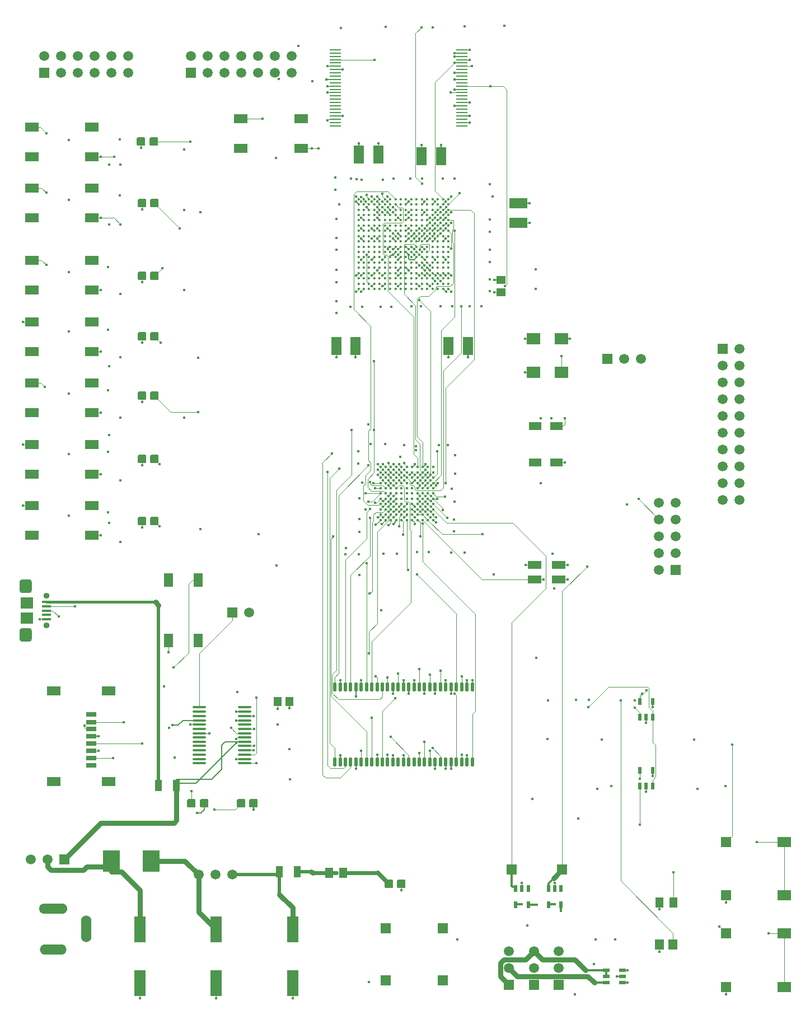
<source format=gtl>
%FSTAX23Y23*%
%MOIN*%
%SFA1B1*%

%IPPOS*%
%AMD13*
4,1,8,-0.018700,-0.025000,0.018700,-0.025000,0.025000,-0.018700,0.025000,0.018700,0.018700,0.025000,-0.018700,0.025000,-0.025000,0.018700,-0.025000,-0.018700,-0.018700,-0.025000,0.0*
1,1,0.012504,-0.018700,-0.018700*
1,1,0.012504,0.018700,-0.018700*
1,1,0.012504,0.018700,0.018700*
1,1,0.012504,-0.018700,0.018700*
%
%AMD53*
4,1,8,0.018700,0.041300,-0.018700,0.041300,-0.037400,0.022600,-0.037400,-0.022600,-0.018700,-0.041300,0.018700,-0.041300,0.037400,-0.022600,0.037400,0.022600,0.018700,0.041300,0.0*
1,1,0.037402,0.018700,0.022600*
1,1,0.037402,-0.018700,0.022600*
1,1,0.037402,-0.018700,-0.022600*
1,1,0.037402,0.018700,-0.022600*
%
%ADD10R,0.066929X0.007874*%
%ADD11C,0.017717*%
%ADD12R,0.074803X0.051181*%
G04~CAMADD=13~8~0.0~0.0~500.0~500.0~62.5~0.0~15~0.0~0.0~0.0~0.0~0~0.0~0.0~0.0~0.0~0~0.0~0.0~0.0~180.0~500.0~500.0*
%ADD13D13*%
%ADD14C,0.014173*%
%ADD15R,0.053150X0.061024*%
%ADD16R,0.023622X0.043307*%
%ADD17R,0.049212X0.059055*%
%ADD18R,0.062992X0.110236*%
%ADD19R,0.057087X0.045275*%
%ADD20R,0.078740X0.070866*%
%ADD21R,0.078740X0.047244*%
%ADD22R,0.070866X0.157480*%
%ADD23R,0.043307X0.070866*%
%ADD24R,0.041339X0.023622*%
%ADD25O,0.019685X0.057087*%
%ADD26O,0.082677X0.013780*%
%ADD27R,0.082677X0.055118*%
%ADD28R,0.078740X0.059055*%
%ADD29R,0.059055X0.059055*%
%ADD30R,0.053150X0.015748*%
%ADD31R,0.074803X0.070866*%
%ADD32R,0.055118X0.082677*%
%ADD33R,0.110236X0.062992*%
%ADD34R,0.078740X0.057087*%
%ADD35R,0.059055X0.031496*%
%ADD36R,0.045275X0.057087*%
%ADD37R,0.098425X0.127953*%
%ADD38C,0.011811*%
%ADD39C,0.031496*%
%ADD40C,0.021654*%
%ADD41C,0.024606*%
%ADD42C,0.015748*%
%ADD43C,0.025000*%
%ADD44C,0.007874*%
%ADD45C,0.003937*%
%ADD46C,0.007087*%
%ADD47C,0.006890*%
%ADD48R,0.059055X0.059055*%
%ADD49C,0.059055*%
%ADD50O,0.170000X0.060000*%
%ADD51O,0.060000X0.160000*%
%ADD52O,0.160000X0.060000*%
G04~CAMADD=53~8~0.0~0.0~748.0~826.8~187.0~0.0~15~0.0~0.0~0.0~0.0~0~0.0~0.0~0.0~0.0~0~0.0~0.0~0.0~0.0~748.0~826.8*
%ADD53D53*%
%ADD54O,0.037401X0.033465*%
%ADD55C,0.015748*%
%LNpcb_take2-1-1*%
%LPD*%
G54D10*
X04688Y08264D03*
Y08283D03*
Y08303D03*
Y08323D03*
Y08342D03*
Y08362D03*
Y08382D03*
Y08401D03*
Y08421D03*
Y08441D03*
Y08461D03*
Y0848D03*
Y085D03*
Y0852D03*
Y08539D03*
Y08559D03*
Y08579D03*
Y08598D03*
Y08618D03*
Y08638D03*
Y08657D03*
Y08677D03*
Y08697D03*
Y08716D03*
X03932Y08264D03*
Y08283D03*
Y08303D03*
Y08323D03*
Y08342D03*
Y08362D03*
Y08382D03*
Y08401D03*
Y08421D03*
Y08441D03*
Y08461D03*
Y0848D03*
Y085D03*
Y0852D03*
Y08539D03*
Y08559D03*
Y08579D03*
Y08598D03*
Y08618D03*
Y08638D03*
Y08657D03*
Y08677D03*
Y08697D03*
Y08716D03*
G54D11*
X04517Y05917D03*
X04485D03*
X04454D03*
X04422D03*
X04391D03*
X0436D03*
X04328D03*
X04297D03*
X04265D03*
X04234D03*
X04202D03*
X04517Y05949D03*
X04485D03*
X04454D03*
X04422D03*
X04391D03*
X0436D03*
X04328D03*
X04297D03*
X04265D03*
X04234D03*
X04202D03*
X04517Y0598D03*
X04485D03*
X04454D03*
X04422D03*
X04391D03*
X0436D03*
X04328D03*
X04297D03*
X04265D03*
X04234D03*
X04202D03*
X04517Y06012D03*
X04485D03*
X04454D03*
X04422D03*
X04391D03*
X0436D03*
X04328D03*
X04297D03*
X04265D03*
X04234D03*
X04202D03*
X04517Y06043D03*
X04485D03*
X04454D03*
X04422D03*
X04391D03*
X0436D03*
X04328D03*
X04297D03*
X04265D03*
X04234D03*
X04202D03*
X04517Y06075D03*
X04485D03*
X04454D03*
X04422D03*
X04391D03*
X0436D03*
X04328D03*
X04297D03*
X04265D03*
X04234D03*
X04202D03*
X04517Y06106D03*
X04485D03*
X04454D03*
X04422D03*
X04391D03*
X0436D03*
X04328D03*
X04297D03*
X04265D03*
X04234D03*
X04202D03*
X04517Y06137D03*
X04485D03*
X04454D03*
X04422D03*
X04391D03*
X0436D03*
X04328D03*
X04297D03*
X04265D03*
X04234D03*
X04202D03*
X04517Y06169D03*
X04485D03*
X04454D03*
X04422D03*
X04391D03*
X0436D03*
X04328D03*
X04297D03*
X04265D03*
X04234D03*
X04202D03*
X04517Y062D03*
X04485D03*
X04454D03*
X04422D03*
X04391D03*
X0436D03*
X04328D03*
X04297D03*
X04265D03*
X04234D03*
X04202D03*
X04517Y06232D03*
X04485D03*
X04454D03*
X04422D03*
X04391D03*
X0436D03*
X04328D03*
X04297D03*
X04265D03*
X04234D03*
X04202D03*
G54D12*
X0525Y0626D03*
Y06476D03*
X05124D03*
Y0626D03*
G54D13*
X02782Y0591D03*
X02857D03*
X03077Y0423D03*
X03152D03*
X03372D03*
X03447D03*
X02782Y0737D03*
X02857D03*
X02782Y0701D03*
X02857D03*
X02782Y06655D03*
X02857D03*
X02782Y0628D03*
X02857D03*
X02777Y0817D03*
X02852D03*
X02782Y07803D03*
X02857D03*
X04327Y0375D03*
X04252D03*
G54D14*
X04072Y07827D03*
X04103D03*
X04135D03*
X04166D03*
X04198D03*
X04229D03*
X04261D03*
X04292D03*
X04324D03*
X04355D03*
X04387D03*
X04418D03*
X0445D03*
X04481D03*
X04513D03*
X04544D03*
X04576D03*
X04607D03*
X04072Y07796D03*
X04103D03*
X04135D03*
X04166D03*
X04198D03*
X04229D03*
X04261D03*
X04292D03*
X04324D03*
X04355D03*
X04387D03*
X04418D03*
X0445D03*
X04481D03*
X04513D03*
X04544D03*
X04576D03*
X04607D03*
X04072Y07764D03*
X04103D03*
X04135D03*
X04166D03*
X04198D03*
X04229D03*
X04261D03*
X04292D03*
X04324D03*
X04355D03*
X04387D03*
X04418D03*
X0445D03*
X04481D03*
X04513D03*
X04544D03*
X04576D03*
X04607D03*
X04072Y07733D03*
X04103D03*
X04135D03*
X04166D03*
X04198D03*
X04229D03*
X04261D03*
X04292D03*
X04324D03*
X04355D03*
X04387D03*
X04418D03*
X0445D03*
X04481D03*
X04513D03*
X04544D03*
X04576D03*
X04607D03*
X04072Y07701D03*
X04103D03*
X04135D03*
X04166D03*
X04198D03*
X04229D03*
X04261D03*
X04292D03*
X04324D03*
X04355D03*
X04387D03*
X04418D03*
X0445D03*
X04481D03*
X04513D03*
X04544D03*
X04576D03*
X04607D03*
X04072Y0767D03*
X04103D03*
X04135D03*
X04166D03*
X04198D03*
X04229D03*
X04261D03*
X04292D03*
X04324D03*
X04355D03*
X04387D03*
X04418D03*
X0445D03*
X04481D03*
X04513D03*
X04544D03*
X04576D03*
X04607D03*
X04072Y07638D03*
X04103D03*
X04135D03*
X04166D03*
X04198D03*
X04229D03*
X04261D03*
X04292D03*
X04324D03*
X04355D03*
X04387D03*
X04418D03*
X0445D03*
X04481D03*
X04513D03*
X04544D03*
X04576D03*
X04607D03*
X04072Y07607D03*
X04103D03*
X04135D03*
X04166D03*
X04198D03*
X04229D03*
X04261D03*
X04292D03*
X04324D03*
X04355D03*
X04387D03*
X04418D03*
X0445D03*
X04481D03*
X04513D03*
X04544D03*
X04576D03*
X04607D03*
X04072Y07575D03*
X04103D03*
X04135D03*
X04166D03*
X04198D03*
X04229D03*
X04261D03*
X04292D03*
X04324D03*
X04355D03*
X04387D03*
X04418D03*
X0445D03*
X04481D03*
X04513D03*
X04544D03*
X04576D03*
X04607D03*
X04072Y07544D03*
X04103D03*
X04135D03*
X04166D03*
X04198D03*
X04229D03*
X04261D03*
X04292D03*
X04324D03*
X04355D03*
X04387D03*
X04418D03*
X0445D03*
X04481D03*
X04513D03*
X04544D03*
X04576D03*
X04607D03*
X04072Y07512D03*
X04103D03*
X04135D03*
X04166D03*
X04198D03*
X04229D03*
X04261D03*
X04292D03*
X04324D03*
X04355D03*
X04387D03*
X04418D03*
X0445D03*
X04481D03*
X04513D03*
X04544D03*
X04576D03*
X04607D03*
X04072Y07481D03*
X04103D03*
X04135D03*
X04166D03*
X04198D03*
X04229D03*
X04261D03*
X04292D03*
X04324D03*
X04355D03*
X04387D03*
X04418D03*
X0445D03*
X04481D03*
X04513D03*
X04544D03*
X04576D03*
X04607D03*
X04072Y07449D03*
X04103D03*
X04135D03*
X04166D03*
X04198D03*
X04229D03*
X04261D03*
X04292D03*
X04324D03*
X04355D03*
X04387D03*
X04418D03*
X0445D03*
X04481D03*
X04513D03*
X04544D03*
X04576D03*
X04607D03*
X04072Y07418D03*
X04103D03*
X04135D03*
X04166D03*
X04198D03*
X04229D03*
X04261D03*
X04292D03*
X04324D03*
X04355D03*
X04387D03*
X04418D03*
X0445D03*
X04481D03*
X04513D03*
X04544D03*
X04576D03*
X04607D03*
X04072Y07386D03*
X04103D03*
X04135D03*
X04166D03*
X04198D03*
X04229D03*
X04261D03*
X04292D03*
X04324D03*
X04355D03*
X04387D03*
X04418D03*
X0445D03*
X04481D03*
X04513D03*
X04544D03*
X04576D03*
X04607D03*
X04072Y07355D03*
X04103D03*
X04135D03*
X04166D03*
X04198D03*
X04229D03*
X04261D03*
X04292D03*
X04324D03*
X04355D03*
X04387D03*
X04418D03*
X0445D03*
X04481D03*
X04513D03*
X04544D03*
X04576D03*
X04607D03*
X04072Y07323D03*
X04103D03*
X04135D03*
X04166D03*
X04198D03*
X04229D03*
X04261D03*
X04292D03*
X04324D03*
X04355D03*
X04387D03*
X04418D03*
X0445D03*
X04481D03*
X04513D03*
X04544D03*
X04576D03*
X04607D03*
X04072Y07292D03*
X04103D03*
X04135D03*
X04166D03*
X04198D03*
X04229D03*
X04261D03*
X04292D03*
X04324D03*
X04355D03*
X04387D03*
X04418D03*
X0445D03*
X04481D03*
X04513D03*
X04544D03*
X04576D03*
X04607D03*
G54D15*
X05865Y0339D03*
X05944D03*
G54D16*
X05747Y04837D03*
X05822D03*
Y04742D03*
X05785D03*
X05747D03*
Y04427D03*
X05822D03*
Y04332D03*
X05785D03*
X05747D03*
X05082Y03722D03*
X05045D03*
X05007D03*
Y03627D03*
X05082D03*
X05277Y03722D03*
X0524D03*
X05202D03*
Y03627D03*
X05277D03*
G54D17*
X05946Y0364D03*
X05863D03*
X03898Y03815D03*
X03981D03*
G54D18*
X04055Y06951D03*
X03939D03*
X04564Y08083D03*
X04448D03*
X04075Y08092D03*
X04191D03*
X04723Y06951D03*
X04606D03*
G54D19*
X0492Y07345D03*
Y07274D03*
G54D20*
X05115Y06795D03*
Y06995D03*
X0528Y06795D03*
Y06995D03*
G54D21*
X05265Y0565D03*
X05119D03*
Y05563D03*
X05265D03*
G54D22*
X0277Y0316D03*
Y03478D03*
X03225Y0316D03*
Y03478D03*
X0368Y0316D03*
Y03478D03*
G54D23*
X03708Y03823D03*
X03601D03*
X02988Y04335D03*
X02881D03*
G54D24*
X05643Y03237D03*
Y032D03*
Y03162D03*
X05546D03*
Y032D03*
Y03237D03*
G54D25*
X0393Y04477D03*
X03962D03*
X03993D03*
X04025D03*
X04056D03*
X04088D03*
X04119D03*
X04151D03*
X04182D03*
X04214D03*
X04245D03*
X04277D03*
X04308D03*
X0434D03*
X04371D03*
X04402D03*
X04434D03*
X04465D03*
X04497D03*
X04528D03*
X0456D03*
X04591D03*
X04623D03*
X04654D03*
X04686D03*
X04717D03*
X04749D03*
X0393Y04922D03*
X03962D03*
X03993D03*
X04025D03*
X04056D03*
X04088D03*
X04119D03*
X04151D03*
X04182D03*
X04214D03*
X04245D03*
X04277D03*
X04308D03*
X0434D03*
X04371D03*
X04402D03*
X04434D03*
X04465D03*
X04497D03*
X04528D03*
X0456D03*
X04591D03*
X04623D03*
X04654D03*
X04686D03*
X04717D03*
X04749D03*
G54D26*
X03124Y04801D03*
Y04775D03*
Y0475D03*
Y04724D03*
Y04698D03*
Y04673D03*
Y04647D03*
Y04622D03*
Y04596D03*
Y04571D03*
Y04545D03*
Y04519D03*
Y04494D03*
Y04468D03*
X03395Y04801D03*
Y04775D03*
Y0475D03*
Y04724D03*
Y04698D03*
Y04673D03*
Y04647D03*
Y04622D03*
Y04596D03*
Y04571D03*
Y04545D03*
Y04519D03*
Y04494D03*
Y04468D03*
G54D27*
X02485Y06002D03*
X02126D03*
Y05825D03*
X02485D03*
Y06367D03*
X02126D03*
Y0619D03*
X02485D03*
Y06732D03*
X02126D03*
Y06555D03*
X02485D03*
Y07097D03*
X02126D03*
Y0692D03*
X02485D03*
Y07462D03*
X02126D03*
Y07285D03*
X02485D03*
Y07892D03*
X02126D03*
Y07715D03*
X02485D03*
Y08257D03*
X02126D03*
Y0808D03*
X02485D03*
X0373Y08307D03*
X03371D03*
Y0813D03*
X0373D03*
G54D28*
X06606Y03136D03*
X06608Y03455D03*
X06606Y03681D03*
X06608Y04D03*
G54D29*
X0626Y03136D03*
Y03455D03*
Y03681D03*
Y04D03*
X05265Y0315D03*
X05116D03*
X04967D03*
X0624Y06935D03*
X0596Y0562D03*
G54D30*
X02213Y05377D03*
Y05402D03*
Y05428D03*
Y05351D03*
Y05326D03*
G54D31*
X02096Y05422D03*
Y05332D03*
G54D32*
X03117Y052D03*
Y05558D03*
X0294D03*
Y052D03*
G54D33*
X05025Y07803D03*
Y07686D03*
G54D34*
X02256Y049D03*
X02583D03*
Y04358D03*
X02256D03*
G54D35*
X0248Y04758D03*
Y04714D03*
Y04671D03*
Y04628D03*
Y04585D03*
Y04541D03*
Y04498D03*
Y04455D03*
G54D36*
X0366Y04835D03*
X03589D03*
G54D37*
X02836Y03886D03*
X026D03*
G54D38*
X05546Y032D02*
X05546D01*
X05277Y03588D02*
Y03627D01*
X05202Y03752D02*
X05234Y03784D01*
X05202Y03722D02*
Y03752D01*
X04985Y03736D02*
Y03835D01*
Y03736D02*
X04989Y03732D01*
X05007Y03722D02*
Y03732D01*
X05476Y03162D02*
X05546D01*
X05202Y03627D02*
Y03628D01*
X05007Y03627D02*
Y03628D01*
X05422Y03237D02*
X05546D01*
X05546*
X05007Y03628D02*
X05045D01*
X05202D02*
X0524D01*
X04989Y03732D02*
X05007D01*
X05546Y032D02*
Y03237D01*
X05082Y03627D02*
X05132D01*
X05133Y03626*
G54D39*
X05116Y0335D02*
X05166Y033D01*
X05359*
X05422Y03237*
X04918Y03199D02*
X04967Y0315D01*
X04918Y03199D02*
Y0328D01*
X04938Y033*
X05066*
X05116Y0335*
X026Y03852D02*
Y03886D01*
X02433Y03833D02*
X02452Y03852D01*
X0224Y03833D02*
X02433D01*
X0222Y03853D02*
X0224Y03833D01*
X0222Y03853D02*
Y03895D01*
X0277Y03478D02*
Y03711D01*
X0266Y03821D02*
X0277Y03711D01*
X026Y03821D02*
Y03852D01*
X0312Y03583D02*
X03225Y03478D01*
X0312Y03583D02*
Y03805D01*
X03038Y03887D02*
X0312Y03805D01*
X02836Y03886D02*
Y03887D01*
X03601Y03687D02*
X0368Y03609D01*
Y03478D02*
Y03609D01*
X03791Y03824D02*
X038Y03815D01*
X02864Y05428D02*
X02881Y0541D01*
X05234Y03784D02*
X05285Y03835D01*
X04967Y0325D02*
X05017Y032D01*
X05438*
X05476Y03162*
X0232Y03895D02*
X02537Y04112D01*
X02972*
X02988Y04128*
Y04335*
X02836Y03887D02*
X03038D01*
X02452Y03852D02*
X026D01*
Y03821D02*
X0266D01*
G54D40*
X03601Y03805D02*
Y03823D01*
X03708D02*
Y03824D01*
X02881Y04335D02*
Y0541D01*
X03601Y03687D02*
Y03805D01*
X03708Y03824D02*
X03791D01*
X0332Y03805D02*
X03601D01*
G54D41*
X03898Y03815D02*
X0394D01*
X038D02*
X03898D01*
X03981D02*
X04187D01*
G54D42*
X02213Y05428D02*
X02864D01*
G54D43*
X04187Y03815D02*
X04252Y0375D01*
G54D44*
X04564Y08083D02*
Y0815D01*
X05025Y07803D02*
X05091D01*
X04075Y08092D02*
Y08159D01*
X04576Y07796D02*
X04591Y07811D01*
X04513Y07796D02*
X04528Y07811D01*
X04576Y07701D02*
X04591Y07717D01*
X04355Y07796D02*
X04371Y07811D01*
X0445Y07733D02*
X04465Y07748D01*
X04481Y07701D02*
X04497Y07717D01*
X04513Y07638D02*
X04528Y07654D01*
X04182Y07811D02*
X04198Y07796D01*
X04355Y07701D02*
X04371Y07717D01*
X04576Y07575D02*
X04591Y07591D01*
X04245Y07748D02*
X04261Y07733D01*
X04308Y07717D02*
X04324Y07701D01*
X04879Y07345D02*
X0492D01*
X04056Y07811D02*
X04072Y07796D01*
X04481Y07575D02*
X04497Y07591D01*
X04182Y07717D02*
X04198Y07701D01*
X0528Y06995D02*
X05331D01*
X04088Y07717D02*
X04103Y07701D01*
X04513Y07481D02*
X04528Y07465D01*
X04576Y07386D02*
X04591Y07371D01*
X04481Y07418D02*
X04497Y07402D01*
X04308Y07465D02*
X04324Y07481D01*
X04513Y07355D02*
X04528Y07339D01*
X04418Y07386D02*
X04434Y07371D01*
X04355Y07418D02*
X04371Y07402D01*
X04308D02*
X04324Y07418D01*
X04481Y07323D02*
X04497Y07308D01*
X04151Y07465D02*
X04166Y07481D01*
X04182Y07402D02*
X04198Y07418D01*
X04214Y07371D02*
X04229Y07386D01*
X04308Y07308D02*
X04324Y07323D01*
X04088Y07371D02*
X04103Y07386D01*
X04151Y07308D02*
X04166Y07323D01*
X04723Y06885D02*
Y06951D01*
X04055Y06885D02*
Y06951D01*
X05822Y04803D02*
Y04837D01*
Y04393D02*
Y04427D01*
X04391Y06137D02*
X04407Y06153D01*
X04422Y06075D02*
X04438Y06059D01*
X04312Y06153D02*
X04328Y06137D01*
X04422Y06043D02*
X04438Y06027D01*
X04391Y06012D02*
X04407Y05996D01*
X04281Y06027D02*
X04297Y06043D01*
X04717Y04922D02*
Y04962D01*
X04371Y04882D02*
Y04922D01*
X0434D02*
Y04962D01*
X04623Y04437D02*
Y04477D01*
X03962D02*
Y04517D01*
X03447Y04193D02*
Y0423D01*
X0248Y04628D02*
X02522D01*
X04643Y08539D02*
X04688D01*
Y08323D02*
X04734D01*
X0561Y032D02*
X05643D01*
X04387Y07607D02*
X04402Y07622D01*
X04245Y07654D02*
X04261Y07638D01*
X04308Y07622D02*
X04324Y07607D01*
X04355Y07575D02*
X04371Y07591D01*
X04387Y07544D02*
X04402Y07528D01*
X04277Y07591D02*
X04292Y07575D01*
X04308Y07528D02*
X04324Y07544D01*
X05643Y03162D02*
X05675D01*
X04371Y07653D02*
Y07654D01*
X04434Y0758D02*
Y07591D01*
X04183D02*
X04183D01*
X04246Y07529D02*
Y0754D01*
X04088Y07591D02*
X04088D01*
X03152Y0423D02*
X03153Y04229D01*
X04289Y05909D02*
X04297Y05917D01*
X04289Y05901D02*
Y05909D01*
X04281Y05893D02*
X04289Y05901D01*
X04056Y04866D02*
Y04922D01*
X03879Y08539D02*
X03932D01*
X0366Y04795D02*
Y04835D01*
X03196Y04372D02*
X03256Y04432D01*
Y04576D02*
X03276Y04596D01*
X04376Y07466D02*
X04403D01*
X04371Y07471D02*
X04376Y07466D01*
X02988Y04335D02*
Y04349D01*
Y04372*
Y04349D02*
X03103D01*
X02988Y04372D02*
X03126D01*
X03196*
X03103Y04349D02*
X03126Y04372D01*
X03256Y04502*
X03343Y04589*
X03256Y04432D02*
Y04502D01*
Y04576*
X04371Y07471D02*
Y07497D01*
X04371Y07497*
X03153Y04193D02*
Y04229D01*
X03132Y04172D02*
X03153Y04193D01*
X03109Y04172D02*
X03132D01*
X02964Y04695D02*
X02998D01*
X03026Y04724*
X03124*
G54D45*
X04643Y08697D02*
X04688D01*
X04643Y08579D02*
X04688D01*
X04643Y08382D02*
X04688D01*
Y08283D02*
X04734D01*
X03932Y08598D02*
X03978D01*
X03887Y085D02*
X03932D01*
X04448Y08083D02*
Y0815D01*
X05025Y07686D02*
X05091D01*
X04191Y08092D02*
Y08159D01*
X04607Y07827D02*
X04623Y07843D01*
X04544Y07764D02*
X0456Y0778D01*
X0445Y07796D02*
X04465Y07811D01*
X04513Y07701D02*
X04528Y07717D01*
X04576Y07638D02*
X04591Y07654D01*
X04245Y07811D02*
X04261Y07796D01*
X04355Y07733D02*
X04371Y07748D01*
X04056Y07843D02*
X04072Y07827D01*
X04418Y07638D02*
X04434Y07654D01*
X02777Y08133D02*
Y0817D01*
X04119Y0778D02*
X04135Y07764D01*
X04513Y07575D02*
X04528Y07591D01*
X04182Y07748D02*
X04198Y07733D01*
X04879Y07274D02*
X0492D01*
X04355Y07607D02*
X04371Y07622D01*
X04576Y07481D02*
X04591Y07465D01*
X04387Y07575D02*
X04402Y07591D01*
X04277Y07622D02*
X04292Y07607D01*
X04182Y07654D02*
X04198Y07638D01*
X04308Y07591D02*
X04324Y07575D01*
X04355Y07544D02*
X04371Y07528D01*
X04387Y07512D02*
X04402Y07497D01*
X04607Y07386D02*
X04623Y07371D01*
X04088Y07654D02*
X04103Y07638D01*
X04277Y07528D02*
X04292Y07544D01*
X0445Y07449D02*
X04465Y07434D01*
X04308Y07497D02*
X04324Y07512D01*
X04544Y07386D02*
X0456Y07371D01*
X04418Y07449D02*
X04434Y07434D01*
X04151Y07591D02*
X04166Y07575D01*
X04544Y07355D02*
X0456Y07339D01*
X04481Y07386D02*
X04497Y07371D01*
X04607Y07292D02*
X04623Y07276D01*
X04214Y07465D02*
X04229Y07481D01*
X04308Y07371D02*
X04324Y07386D01*
X04418Y07323D02*
X04434Y07308D01*
X04088Y07465D02*
X04103Y07481D01*
X05064Y06795D02*
X05115D01*
X04151Y07371D02*
X04166Y07386D01*
X04214Y07308D02*
X04229Y07323D01*
X02782Y07766D02*
Y07803D01*
X04056Y07371D02*
X04072Y07386D01*
X04056Y07276D02*
X04072Y07292D01*
X04606Y06885D02*
Y06951D01*
X02782Y07333D02*
Y0737D01*
X03939Y06885D02*
Y06951D01*
X0626Y03639D02*
Y03681D01*
Y03094D02*
Y03136D01*
X05785Y04709D02*
Y04742D01*
X05265Y05563D02*
X05316D01*
X05068Y0565D02*
X05119D01*
X02782Y06973D02*
Y0701D01*
X05785Y04299D02*
Y04332D01*
X04391Y06169D02*
X04407Y06185D01*
X04454Y06075D02*
X0447Y06059D01*
X05863Y03598D02*
Y0364D01*
X04454Y06043D02*
X0447Y06027D01*
X04281Y06153D02*
X04297Y06137D01*
X05865Y03347D02*
Y0339D01*
X04485Y05949D02*
X04501Y05933D01*
X04344Y05996D02*
X0436Y06012D01*
X04391Y05949D02*
X04407Y05933D01*
X04249Y06027D02*
X04265Y06043D01*
X04281Y05933D02*
X04297Y05949D01*
X02782Y06618D02*
Y06655D01*
X05643Y03237D02*
X05675D01*
X02782Y06243D02*
Y0628D01*
X0524Y03722D02*
Y03755D01*
X04623Y04882D02*
Y04922D01*
X05045Y03722D02*
Y03755D01*
X04717Y04477D02*
Y04517D01*
X04402Y04922D02*
Y04962D01*
X02782Y05873D02*
Y0591D01*
X0434Y04477D02*
Y04517D01*
X03962Y04922D02*
Y04962D01*
X04277Y04477D02*
Y04517D01*
X04056Y04437D02*
Y04477D01*
X04327Y03713D02*
Y0375D01*
X03589Y04794D02*
Y04835D01*
X02174Y05326D02*
X02213D01*
X03342Y04775D02*
X03395D01*
Y0475D02*
X03448D01*
X03342Y04724D02*
X03395D01*
Y04545D02*
X03448D01*
X0368Y03069D02*
Y0316D01*
X0248Y04541D02*
X02522D01*
X03225Y03069D02*
Y0316D01*
X0277Y03069D02*
Y0316D01*
X04688Y08716D02*
X04733D01*
X04734Y08717*
X04688Y08401D02*
X04733D01*
X04734Y08402*
X03888Y08618D02*
Y08619D01*
X03888Y08461D02*
X03932D01*
X03888Y08461D02*
X03888Y08461D01*
X03932Y08323D02*
X03977D01*
X03978Y08323*
X06606Y03681D02*
Y03839D01*
X06608Y0384*
Y04*
X06606Y03136D02*
Y03294D01*
X06608Y03295*
Y03455*
X04422Y05949D02*
X04454D01*
X02485Y05825D02*
X02538D01*
X02852Y0817D02*
X03071D01*
X05119Y05563D02*
X05173D01*
X02857Y07803D02*
X03006Y07654D01*
X02857Y0737D02*
X02904Y07417D01*
X02857Y0701D02*
X02893Y06974D01*
X06445Y04D02*
X06608D01*
X04808Y05563D02*
X05119D01*
X04454Y05917D02*
X04808Y05563D01*
X02485Y0692D02*
X02538D01*
X02857Y0591D02*
X02888Y05879D01*
X02857Y0628D02*
X02888Y06249D01*
X03336Y04193D02*
X03372Y0423D01*
X03213Y04193D02*
X03336D01*
X02485Y06555D02*
X02538D01*
X0626Y04D02*
X06297Y04037D01*
Y0458*
X02074Y06002D02*
X02126D01*
X02074Y06367D02*
X02126D01*
X02074Y07097D02*
X02126D01*
X04517Y06106D02*
X04532Y06122D01*
X05747Y04104D02*
Y04332D01*
Y04837D02*
Y04864D01*
X03077Y0423D02*
Y04303D01*
X03895Y08303D02*
X03932D01*
X03887Y08295D02*
X03895Y08303D01*
X05747Y04375D02*
Y04427D01*
X02971Y05038D02*
X03059Y05125D01*
Y05536*
X03082Y05559*
X03117Y05558D02*
Y05559D01*
X05265Y0565D02*
X05316D01*
X03395Y04571D02*
X03449D01*
X04422Y05917D02*
X04439Y05901D01*
Y05818D02*
Y05901D01*
X04513Y07733D02*
X04529Y07749D01*
X06219Y03496D02*
X0626Y03455D01*
X0436Y05626D02*
X04368Y05618D01*
X0436Y05626D02*
Y05917D01*
X04391Y0598D02*
X04407Y05965D01*
X04591Y06137D02*
Y06703D01*
X04761Y06873*
Y07744*
X04218Y06248D02*
X04234Y06232D01*
X04218Y06248D02*
X04218D01*
X03858Y06258D02*
X03912Y06312D01*
X03858Y044D02*
Y06258D01*
Y044D02*
X03876Y04382D01*
X03965*
X04025Y04442*
Y04477*
X0456D02*
Y04509D01*
X04512Y04558D02*
X0456Y04509D01*
X04501Y06028D02*
X04502D01*
X0445Y07607D02*
X04465Y07623D01*
X04281Y06122D02*
X04297Y06106D01*
X04544Y07701D02*
X04559Y07717D01*
X0456*
X04435Y07225D02*
X04501Y07158D01*
Y06185D02*
Y07158D01*
X04544Y07607D02*
Y07615D01*
X04552D02*
X0456Y07623D01*
X0425Y06059D02*
X04265Y06075D01*
X04308Y04922D02*
Y05002D01*
X04443Y07558D02*
X04489D01*
X04495Y07526D02*
Y07552D01*
X04481Y07512D02*
X04495Y07526D01*
X02485Y07285D02*
X02538D01*
X04517Y06137D02*
X04545D01*
X04434Y04477D02*
Y04529D01*
X04151Y07811D02*
Y07812D01*
Y07811D02*
X04166Y07796D01*
X02485Y07715D02*
X02538D01*
X04214Y0778D02*
X04214D01*
X04229Y07764*
X04182Y07779D02*
X04198Y07764D01*
X04183Y07842D02*
X04198Y07827D01*
X04277Y0778D02*
X04277D01*
X04292Y07764*
X04391Y05917D02*
X04407Y05901D01*
Y05893D02*
Y05901D01*
X05822Y04742D02*
Y0478D01*
X05801Y04801D02*
X05822Y0478D01*
X05801Y04801D02*
Y04912D01*
X05792Y04922D02*
X05801Y04912D01*
X05559Y04922D02*
X05792D01*
X0544Y04803D02*
X05559Y04922D01*
X0412Y07842D02*
Y07851D01*
Y07842D02*
X04135Y07827D01*
X04688Y08657D02*
X04734D01*
X04644Y08677D02*
X04688D01*
X04644Y08638D02*
X04644Y08638D01*
X03932Y08657D02*
X04168D01*
X04458Y07379D02*
X04466Y07371D01*
X0445Y07379D02*
Y07386D01*
X04934Y085D02*
X04955Y0848D01*
Y0732D02*
Y0848D01*
X04945Y0731D02*
X04955Y0732D01*
X04591Y07277D02*
X04592D01*
X04576Y07292D02*
X04591Y07277D01*
X04985Y03835D02*
Y05305D01*
X05188Y05508*
Y05702*
X04991Y05899D02*
X05188Y05702D01*
X04598Y05899D02*
X04991D01*
X04517Y0598D02*
X04598Y05899D01*
X0335Y04622D02*
X03395D01*
X03342Y04614D02*
X0335Y04622D01*
X03395Y04468D02*
X03463D01*
X0225Y05377D02*
X02286Y05342D01*
X02213Y05377D02*
X0225D01*
X04422Y06137D02*
X04439Y06154D01*
X04422Y06106D02*
X04438Y06122D01*
X04422Y06169D02*
X04439Y06185D01*
X0248Y04585D02*
X02782D01*
X04218Y05933D02*
X04234Y05949D01*
X04344Y06216D02*
X0436Y062D01*
X04344Y06216D02*
Y06217D01*
X04437Y07527D02*
Y07552D01*
X04443Y07558*
X04489D02*
X04495Y07552D01*
X04481Y0767D02*
Y07678D01*
X04489D02*
X04497Y07686D01*
X04607Y0767D02*
Y07678D01*
X04615D02*
X04623Y07686D01*
X04485Y06137D02*
X04501Y06154D01*
X03993Y04448D02*
Y04477D01*
X03984Y04439D02*
X03993Y04448D01*
X03904Y04439D02*
X03984D01*
X03888Y04455D02*
X03904Y04439D01*
X03888Y04455D02*
Y06201D01*
X04218Y06216D02*
X04234Y062D01*
X0425Y06122D02*
X04265Y06106D01*
X0425Y06122D02*
X0425D01*
X04686Y04922D02*
Y04986D01*
X04345Y05966D02*
X0436Y0598D01*
X04344Y05966D02*
X04345D01*
X0425Y05996D02*
Y05996D01*
X04265Y06012*
X0425Y05965D02*
X04265Y0598D01*
X0412Y07339D02*
Y07497D01*
Y07339D02*
X04135Y07323D01*
X04438Y06217D02*
X04454Y062D01*
X04438Y06217D02*
Y06369D01*
X04411Y06396D02*
X04438Y06369D01*
X04411Y06396D02*
Y07194D01*
X04342Y07263D02*
X04411Y07194D01*
X04342Y07263D02*
Y07552D01*
X04348Y07558*
X04404*
X04418Y07544*
X04292Y07796D02*
X04311Y07777D01*
X04332*
X04338Y07772*
Y07696D02*
Y07772D01*
X04328Y07686D02*
X04338Y07696D01*
X04224Y07686D02*
X04328D01*
X04216Y07678D02*
X04224Y07686D01*
X04216Y07503D02*
Y07678D01*
Y07503D02*
X04224Y07495D01*
X0424*
X04248Y07487*
Y07279D02*
Y07487D01*
Y07279D02*
X04401Y07126D01*
Y06309D02*
Y07126D01*
Y06309D02*
X04422Y06287D01*
Y06232D02*
Y06287D01*
X04297Y06106D02*
X04312Y06122D01*
X04336*
X04345Y06113*
Y06032D02*
Y06113D01*
Y06032D02*
X0435Y06027D01*
X04368*
X04376Y06019*
Y0586D02*
Y06019D01*
Y0586D02*
X04382Y05854D01*
Y05425D02*
Y05854D01*
X04151Y05194D02*
X04382Y05425D01*
X04151Y04922D02*
Y05194D01*
X04481Y07607D02*
X04497Y07622D01*
X04115Y06075D02*
X04202D01*
X04544Y07638D02*
X04559Y07654D01*
X0456*
X04281Y06059D02*
X04281D01*
X04297Y06075*
X04376Y06185D02*
X04391Y062D01*
X04281Y06216D02*
X04297Y062D01*
X04281Y06216D02*
Y06217D01*
X04088Y04922D02*
Y04962D01*
X04501Y06122D02*
X04502D01*
X04485Y06106D02*
X04501Y06122D01*
X04277Y04882D02*
Y04922D01*
X04313Y06248D02*
X04321Y0624D01*
X04328Y06232D02*
Y0624D01*
X04119Y04922D02*
Y05658D01*
X04517Y06043D02*
X04575Y05985D01*
Y05977D02*
Y05985D01*
X04528Y04437D02*
Y04477D01*
X04422Y0598D02*
X04438Y05965D01*
X04439*
X0456Y04922D02*
Y0502D01*
X04245Y04477D02*
Y04518D01*
X04501Y06184D02*
Y06185D01*
X04485Y06169D02*
X04501Y06184D01*
X04454Y06232D02*
X0447Y06247D01*
Y06248*
X04214Y0478D02*
X04291Y04857D01*
X04214Y04477D02*
Y0478D01*
X04312Y05996D02*
X04328Y06012D01*
X0425Y06153D02*
X04265Y06137D01*
X0425Y06153D02*
Y06154D01*
X04517Y06012D02*
X04599Y0593D01*
X03463Y04528D02*
Y04859D01*
X03454Y04519D02*
X03463Y04528D01*
X03395Y04519D02*
X03454D01*
X04607Y07796D02*
X04674Y07862D01*
X04688Y08618D02*
X04748D01*
X04544Y07733D02*
X0456Y07749D01*
X04644Y0848D02*
X04688D01*
X04513Y07386D02*
X04529Y07371D01*
X03071Y04699D02*
X03071Y04698D01*
X03124*
X03343Y04647D02*
X03395D01*
X03313Y04678D02*
X03343Y04647D01*
X03124D02*
X03185D01*
X03395Y04673D02*
X03449D01*
X04591Y04922D02*
Y04963D01*
X04171Y06106D02*
X04171Y06106D01*
X04202*
X04179Y0602D02*
X04202Y06043D01*
X04171Y0602D02*
X04179D01*
X04623Y07531D02*
Y07623D01*
X04607Y07638D02*
X04623Y07623D01*
X04591Y04437D02*
Y04477D01*
X04186Y06217D02*
X04186D01*
X04202Y062*
X04265Y05901D02*
Y05917D01*
X0425Y05886D02*
X04265Y05901D01*
X04581Y07769D02*
X04592Y0778D01*
X04576Y07764D02*
Y07769D01*
X04527Y07876D02*
X04576Y07827D01*
X04527Y07876D02*
Y08521D01*
X04644Y08638D02*
X04688D01*
X04218Y05996D02*
X04234Y06012D01*
X04218Y05996D02*
X04218D01*
X0244Y04679D02*
Y04693D01*
Y04679D02*
X02448Y04671D01*
X0248*
Y04498D02*
X02611D01*
X04138Y05478D02*
X04154Y05494D01*
Y05902*
X0416Y05908*
Y05948*
X04176Y05964*
X04217*
X04234Y0598*
Y05908D02*
Y05917D01*
X04211Y05894D02*
X04225Y05908D01*
X0248Y04714D02*
X02675D01*
X02213Y05402D02*
X02384D01*
X03343Y04494D02*
X03395D01*
X02857Y06655D02*
X02953Y06559D01*
X03116*
X04328Y05917D02*
X04336Y05909D01*
Y05828D02*
Y05909D01*
X06514Y03455D02*
X06608D01*
X04454Y06012D02*
X0447Y05996D01*
X05285Y05491D02*
X05433Y05639D01*
X05285Y03835D02*
Y05491D01*
X0332Y05319D02*
Y05365D01*
X03124Y05123D02*
X0332Y05319D01*
X03124Y04801D02*
Y05123D01*
X04344Y06248D02*
X0436Y06232D01*
X04344Y06248D02*
Y06256D01*
X04621Y08461D02*
X04688D01*
X04411Y08815D02*
X04446Y0885D01*
X04411Y0796D02*
Y08815D01*
Y0796D02*
X04451Y0792D01*
X04465Y07403D02*
X04466D01*
X0445Y07418D02*
X04465Y07403D01*
X04454Y05948D02*
Y05949D01*
Y05948D02*
X04485Y05917D01*
X04485*
X04571Y05832*
X04811*
X04418Y07512D02*
X04434Y07497D01*
Y07497D02*
Y07497D01*
X0528Y06795D02*
Y06892D01*
X05064Y06995D02*
X05115D01*
X05944Y0339D02*
Y03457D01*
X05634Y03768D02*
X05944Y03457D01*
X05634Y03768D02*
Y04844D01*
X05946Y0364D02*
Y0382D01*
X05747Y04871D02*
X0576Y04883D01*
X05716Y04799D02*
X05747Y04768D01*
Y04742D02*
Y04768D01*
X04517Y06075D02*
X04534Y06057D01*
X04588*
X03371Y08307D02*
X03499D01*
X0373Y0813D02*
X03795D01*
X04088Y07277D02*
X04103Y07292D01*
X0218Y06732D02*
X02202Y0671D01*
X02126Y06732D02*
X0218D01*
X02185Y07462D02*
X02212Y07435D01*
X02126Y07462D02*
X02185D01*
Y07892D02*
X02212Y07865D01*
X02126Y07892D02*
X02185D01*
X02178Y08257D02*
X02215Y0822D01*
X02126Y08257D02*
X02178D01*
X0294Y05128D02*
Y052D01*
X04344Y05933D02*
X04352Y05941D01*
X0436D02*
Y05949D01*
X05822Y04332D02*
Y0437D01*
X05841Y04388*
Y04576*
X05822Y04594D02*
X05841Y04576D01*
X05822Y04594D02*
Y04742D01*
X04501Y05996D02*
X04502D01*
X04485Y06012D02*
X04501Y05996D01*
X04277Y07748D02*
Y07749D01*
Y07748D02*
X04292Y07733D01*
X04245Y07843D02*
X04261Y07827D01*
X04246Y07779D02*
Y0778D01*
Y07779D02*
X04261Y07764D01*
X04214Y07843D02*
Y07859D01*
Y07843D02*
X04229Y07827D01*
X04214Y07811D02*
X04229Y07796D01*
X04151Y07843D02*
X04151D01*
X04166Y07827*
X04115Y07812D02*
X0413Y07796D01*
X04135*
X02616Y07715D02*
X02653Y07677D01*
X02485Y0808D02*
X02538D01*
X04214Y07748D02*
Y07749D01*
Y07748D02*
X04229Y07733D01*
X02538Y0808D02*
X02618D01*
X04088Y07839D02*
X04092D01*
X04103Y07827*
X04088Y07812D02*
X04103Y07796D01*
X04391Y06232D02*
X04407Y06247D01*
Y06248*
X05739Y06041D02*
X0586Y0592D01*
X04501Y06059D02*
X04502D01*
X04485Y06075D02*
X04501Y06059D01*
X04281Y06185D02*
X04297Y06169D01*
X04313Y06184D02*
X04328Y06169D01*
X04313Y06184D02*
Y06185D01*
Y06216D02*
Y06217D01*
Y06216D02*
X04328Y062D01*
X04422Y06012D02*
X04439Y05996D01*
X04485Y0598D02*
X04501Y05965D01*
X04502*
X04454Y0598D02*
X0447Y05965D01*
X04517Y05939D02*
Y05949D01*
Y05939D02*
X04524Y05933D01*
X04533*
X02485Y0619D02*
X02538D01*
X04517Y05917D02*
X04533Y05902D01*
X04541Y06193D02*
Y06327D01*
X04517Y06169D02*
X04541Y06193D01*
X04313Y05933D02*
X04328Y05949D01*
X04313Y05879D02*
Y05933D01*
Y05965D02*
X04328Y0598D01*
X04281Y05996D02*
X04297Y06012D01*
X04481Y07449D02*
X04497Y07434D01*
X04683Y06912D02*
Y0719D01*
X04577Y06806D02*
X04683Y06912D01*
X04577Y06108D02*
Y06806D01*
X0456Y06091D02*
X04577Y06108D01*
X04416Y06091D02*
X0456D01*
X04408Y06099D02*
X04416Y06091D01*
X04408Y06099D02*
Y06114D01*
X044Y06122D02*
X04408Y06114D01*
X04384Y06122D02*
X044D01*
X04376Y0613D02*
X04384Y06122D01*
X04376Y0613D02*
Y06153D01*
X0436Y06169D02*
X04376Y06153D01*
X04371Y04477D02*
Y04517D01*
X04263Y04626D02*
X04371Y04517D01*
X04345Y06184D02*
Y06184D01*
Y06184D02*
X0436Y06169D01*
X0445Y07481D02*
X04465Y07466D01*
X04466*
X04343Y06153D02*
X0436Y06137D01*
X04218Y06122D02*
X04234Y06106D01*
X04152Y06122D02*
X04218D01*
X0414Y06134D02*
X04152Y06122D01*
X0414Y06134D02*
Y06143D01*
X0442Y05594D02*
X04654Y05359D01*
Y04922D02*
Y05359D01*
X0416Y06137D02*
X04202D01*
X04749Y04922D02*
Y04963D01*
X04218Y06154D02*
X04234Y06137D01*
X04218Y06154D02*
X04218D01*
X04453Y05669D02*
Y05896D01*
Y05669D02*
X04766Y05356D01*
Y04779D02*
Y05356D01*
X04749Y04763D02*
X04766Y04779D01*
X04749Y04477D02*
Y04763D01*
X04686Y04477D02*
Y04518D01*
X04187Y06185D02*
X04187D01*
X04202Y06169*
X04218Y06185D02*
X04234Y06169D01*
X04218Y06185D02*
X04218D01*
X04644Y04883D02*
X04654Y04872D01*
Y04477D02*
Y04872D01*
X04088Y04477D02*
Y04542D01*
X04187Y06248D02*
X04202Y06232D01*
X0425Y06247D02*
X04265Y06232D01*
X0425Y06247D02*
Y06256D01*
X03899Y06165D02*
X03957Y06223D01*
X03899Y0459D02*
Y06165D01*
Y0459D02*
X0393Y04559D01*
Y04477D02*
Y04559D01*
X0425Y06216D02*
X04265Y062D01*
X0425Y06216D02*
X0425D01*
X03952Y06063D02*
X04131Y06242D01*
X03952Y05004D02*
Y06063D01*
X0393Y04982D02*
X03952Y05004D01*
X0393Y04922D02*
Y04982D01*
X03993Y04922D02*
Y0568D01*
X0412Y05806*
Y05962*
X04141Y05983*
X0425Y06185D02*
X04265Y06169D01*
X04281Y06248D02*
X04297Y06232D01*
X04281Y06248D02*
X04281D01*
X04141Y05704D02*
Y05928D01*
X04025Y05588D02*
X04141Y05704D01*
X04025Y04922D02*
Y05588D01*
X0445Y07575D02*
X04466Y07591D01*
X04218Y06028D02*
X04218D01*
X04234Y06043*
X04245Y04922D02*
Y04979D01*
X04219Y0609D02*
X04234Y06075D01*
X04126Y06112D02*
X04148Y0609D01*
X04126Y06112D02*
Y0616D01*
X04165Y06199*
X04524Y07619D02*
Y07623D01*
X04513Y07607D02*
X04524Y07619D01*
X04148Y0609D02*
X04219D01*
X04165Y06199D02*
Y06454D01*
X0403Y06185D02*
Y06454D01*
X03941Y06096D02*
X0403Y06185D01*
X03941Y05022D02*
Y06096D01*
X03914Y04996D02*
X03941Y05022D01*
X03914Y04887D02*
Y04996D01*
Y04887D02*
X03954Y04848D01*
X04198*
X04214Y04864*
Y04922*
X04154Y06027D02*
X04202Y06075D01*
X0413Y06027D02*
X04154D01*
X04174Y04987D02*
X04182Y04978D01*
Y04922D02*
Y04978D01*
X04576Y0767D02*
X04586Y07681D01*
X04592*
X04454Y06137D02*
X0447Y06153D01*
X04119Y04477D02*
Y04656D01*
X03906Y04869D02*
X04119Y04656D01*
X03906Y04869D02*
Y05804D01*
X03921Y05819*
X0447Y06153D02*
Y06154D01*
X0445Y07544D02*
X04465Y07529D01*
X04151Y04477D02*
Y0474D01*
X04462Y06177D02*
X0447Y06185D01*
X04454Y06169D02*
Y06177D01*
Y062D02*
X0447Y06217D01*
X04471*
X04182Y04517D02*
X04183Y04518D01*
X04182Y04477D02*
Y04517D01*
X04607Y07701D02*
X04634D01*
X04638Y07697*
Y07654D02*
Y07697D01*
X04631Y07647D02*
X04638Y07654D01*
X04631Y07569D02*
Y07647D01*
Y07569D02*
X04637Y07562D01*
Y07327D02*
Y07562D01*
X04618Y07308D02*
X04637Y07327D01*
X04541Y07308D02*
X04618D01*
X04529Y07296D02*
X04541Y07308D01*
X04529Y07288D02*
Y07296D01*
X04491Y0725D02*
X04529Y07288D01*
X04439Y0725D02*
X04491D01*
X0442Y07232D02*
X04439Y0725D01*
X0442Y06412D02*
Y07232D01*
Y06412D02*
X04454Y06378D01*
Y06232D02*
Y06378D01*
X04517Y06137D02*
X04565Y06185D01*
Y07046*
X04645Y07126*
Y07637*
X04645Y07638D02*
X04645Y07637D01*
X04465Y07654D02*
X04466D01*
X0445Y07638D02*
X04465Y07654D01*
X04418Y07607D02*
X04434Y07622D01*
Y07623*
X04465Y04477D02*
Y04595D01*
X04497Y04477D02*
Y04544D01*
X04454Y06106D02*
X0447Y06122D01*
X04616Y07749D02*
X04623D01*
X04607Y0774D02*
X04616Y07749D01*
X04607Y07733D02*
Y0774D01*
X04517Y06043D02*
X0454D01*
X04541Y06044*
X04591Y07749D02*
X04592D01*
X04576Y07733D02*
X04591Y07749D01*
X04485Y06043D02*
X04501Y06028D01*
X04496Y07654D02*
X04497D01*
X04481Y07638D02*
X04496Y07654D01*
X04528Y04882D02*
Y04922D01*
X0474Y07764D02*
X04761Y07744D01*
X04607Y07764D02*
X0474D01*
X04497Y04922D02*
Y04996D01*
X04465Y04882D02*
Y04922D01*
X04135Y05122D02*
Y05251D01*
X04184Y053*
Y05846*
X0425Y05912*
X04544Y0767D02*
X04552Y07678D01*
X0456Y07686*
X0425Y05933D02*
Y05933D01*
X04265Y05949*
X04434Y04922D02*
Y0503D01*
X04281Y05965D02*
X04297Y0598D01*
X04281Y05965D02*
X04281D01*
X04515Y0767D02*
X04528Y07683D01*
X04513Y0767D02*
X04515D01*
X04247Y07873D02*
X04292Y07827D01*
X04059Y07873D02*
X04247D01*
X04042Y07856D02*
X04059Y07873D01*
X04042Y07171D02*
Y07856D01*
Y07171D02*
X04145Y07068D01*
Y06463D02*
Y07068D01*
X04129Y06447D02*
X04145Y06463D01*
X04129Y06272D02*
Y06447D01*
Y06272D02*
X04145Y06256D01*
Y06214D02*
Y06256D01*
X04112Y06181D02*
X04145Y06214D01*
X04112Y06133D02*
Y06181D01*
X04101Y06122D02*
X04112Y06133D01*
X04101Y06032D02*
Y06122D01*
Y06032D02*
X04128Y06005D01*
X04195*
X04202Y06012*
X0525Y06476D02*
X05288D01*
X05299Y06487*
Y06522*
X04187Y05933D02*
X04202Y05941D01*
Y05949*
X04173Y05888D02*
X04202Y05917D01*
X0525Y0626D02*
X05299D01*
X04225Y05908D02*
X04234D01*
X04688Y085D02*
X04857D01*
X04934*
X0445Y07379D02*
X04458D01*
X04527Y08521D02*
X04644Y08638D01*
X05747Y04864D02*
Y04871D01*
Y04864D02*
X05786Y04902D01*
X03795Y0813D02*
X03832D01*
X03082Y05559D02*
X03117D01*
X04352Y05941D02*
X0436D01*
X02538Y07715D02*
X02616D01*
X04321Y0624D02*
X04328D01*
X04544Y07615D02*
X04552D01*
X04165Y06454D02*
Y06861D01*
X04607Y07678D02*
X04615D01*
X04454Y06177D02*
X04462D01*
X04501Y06184D02*
X04501Y06185D01*
X04481Y07678D02*
X04489D01*
X04576Y07769D02*
X04581D01*
X0425Y05912D02*
Y05933D01*
X03888Y08618D02*
X03932D01*
G54D46*
X04355Y07638D02*
X04371Y07653D01*
X04418Y07575D02*
X04429D01*
X04434Y0758*
X04158Y07647D02*
X04166Y07638D01*
X04156Y07647D02*
X04158D01*
X04183Y07591D02*
X04198Y07575D01*
X0425Y07544D02*
X04261D01*
X04246Y0754D02*
X0425Y07544D01*
X04088Y07591D02*
X04103Y07575D01*
X04261Y07481D02*
Y07492D01*
X04272*
X04403Y07466D02*
X04418Y07481D01*
X04355Y07512D02*
X04371Y07497D01*
X04272Y07492D02*
X04277Y07497D01*
X04292Y07512*
G54D47*
X03276Y04596D02*
X03395D01*
G54D48*
X0332Y05365D03*
X03075Y0858D03*
X0232Y03895D03*
X04235Y03175D03*
X04575D03*
X04235Y03485D03*
X04575D03*
X022Y0858D03*
X05285Y03835D03*
X04985D03*
X05555Y06875D03*
G54D49*
X0342Y05365D03*
X03675Y0868D03*
Y0858D03*
X03575Y0868D03*
Y0858D03*
X03475Y0868D03*
Y0858D03*
X03375Y0868D03*
Y0858D03*
X03275Y0868D03*
Y0858D03*
X03175Y0868D03*
Y0858D03*
X03075Y0868D03*
X05265Y0335D03*
Y0325D03*
X0212Y03895D03*
X0222D03*
X05116Y0335D03*
Y0325D03*
X04967Y0335D03*
Y0325D03*
X022Y0868D03*
X023Y0858D03*
Y0868D03*
X024Y0858D03*
Y0868D03*
X025Y0858D03*
Y0868D03*
X026Y0858D03*
Y0868D03*
X027Y0858D03*
Y0868D03*
X05755Y06875D03*
X05655D03*
X0634Y06035D03*
X0624D03*
X0634Y06135D03*
X0624D03*
X0634Y06235D03*
X0624D03*
X0634Y06335D03*
X0624D03*
X0634Y06435D03*
X0624D03*
X0634Y06535D03*
X0624D03*
X0634Y06635D03*
X0624D03*
X0634Y06735D03*
X0624D03*
X0634Y06835D03*
X0624D03*
X0634Y06935D03*
X0586Y0562D03*
X0596Y0572D03*
X0586D03*
X0596Y0582D03*
X0586D03*
X0596Y0592D03*
X0586D03*
X0596Y0602D03*
X0586D03*
X0332Y03805D03*
X0322D03*
X0312D03*
G54D50*
X02255Y03604D03*
G54D51*
X02451Y03482D03*
G54D52*
X02255Y0336D03*
G54D53*
X02089Y05233D03*
Y05521D03*
G54D54*
X02215Y05465D03*
Y05289D03*
G54D55*
X05277Y03588D03*
X0394Y03815D03*
X0524Y03628D03*
X05045D03*
X04939Y0886D03*
X04704Y08855D03*
X04512Y08849D03*
X04235Y08851D03*
X04564Y0815D03*
X05091Y07803D03*
X04574Y07949D03*
X04379D03*
X04075Y08159D03*
X04855Y07705D03*
X04591Y07811D03*
X04528D03*
X05126Y07408D03*
X04591Y07717D03*
X04371Y07811D03*
X04465Y07748D03*
X04497Y07717D03*
X04528Y07654D03*
X04182Y07811D03*
X04855Y07454D03*
X04371Y07717D03*
X04591Y07591D03*
X04245Y07748D03*
X04308Y07717D03*
X03935Y07884D03*
X04879Y07345D03*
X04056Y07811D03*
X04497Y07591D03*
X04182Y07717D03*
X04855Y0735D03*
X05331Y06995D03*
X04088Y07717D03*
X04528Y07465D03*
X02586Y08032D03*
X04591Y07371D03*
X0394Y07709D03*
X04497Y07402D03*
X04308Y07465D03*
X04528Y07339D03*
X04805Y0719D03*
X04434Y07371D03*
X04371Y07402D03*
X04308D03*
X04497Y07308D03*
X04151Y07465D03*
X04182Y07402D03*
X04214Y07371D03*
X04308Y07308D03*
X04559Y0719D03*
X04088Y07371D03*
X04151Y07308D03*
X04723Y06885D03*
X0394Y07405D03*
X02586Y07677D03*
X04204Y07185D03*
X04095D03*
X0394Y07149D03*
X04055Y06885D03*
X02653Y07262D03*
X04605Y06364D03*
X04647Y06304D03*
X05822Y04803D03*
X04344Y06364D03*
X05822Y04393D03*
X02653Y06887D03*
X04407Y06153D03*
X04438Y06059D03*
X04312Y06153D03*
X04876Y05592D03*
X0407Y06325D03*
X04438Y06027D03*
X04407Y05996D03*
X04281Y06027D03*
X04625Y05722D03*
X04077Y06045D03*
X0449Y05725D03*
X02653Y06527D03*
X05196Y04613D03*
X04299Y05717D03*
X04077Y05845D03*
X03995Y05712D03*
X04717Y04962D03*
X02653Y06152D03*
X05133Y03626D03*
X05078Y03502D03*
X04371Y04882D03*
X0434Y04962D03*
X04623Y04437D03*
X02653Y05787D03*
X03962Y04517D03*
X03663Y04372D03*
X03447Y04193D03*
X02522Y04628D03*
X04643Y08539D03*
X04734Y08323D03*
X0561Y032D03*
X04402Y07622D03*
X04245Y07654D03*
X04308Y07622D03*
X04371Y07591D03*
X04402Y07528D03*
X04277Y07591D03*
X04308Y07528D03*
X04371Y07497D03*
X04277D03*
X05675Y03162D03*
X04643Y08697D03*
Y08579D03*
X03966Y08846D03*
X04643Y08382D03*
X04734Y08283D03*
X03978Y08598D03*
X03887Y085D03*
X04855Y07915D03*
X04645Y07949D03*
X04448Y0815D03*
X05091Y07686D03*
X0445Y07949D03*
X04191Y08159D03*
X04623Y07843D03*
X0428Y07949D03*
X04855Y07634D03*
X0456Y0778D03*
X04465Y07811D03*
X04528Y07717D03*
X04855Y07525D03*
X04591Y07654D03*
X03935Y07955D03*
X04245Y07811D03*
X04371Y07748D03*
X05126Y07291D03*
X03581Y08071D03*
X04056Y07843D03*
X04434Y07654D03*
X02346Y08178D03*
X02777Y08133D03*
X04119Y0778D03*
X04528Y07591D03*
X04182Y07748D03*
X04879Y07274D03*
X04371Y07622D03*
X04591Y07465D03*
X04402Y07591D03*
X04277Y07622D03*
X04182Y07654D03*
X04308Y07591D03*
X04855Y07279D03*
X04371Y07528D03*
X04402Y07497D03*
X04623Y07371D03*
X04088Y07654D03*
X04277Y07528D03*
X04465Y07434D03*
X04308Y07497D03*
X0456Y07371D03*
X04434Y07434D03*
X04151Y07591D03*
X0456Y07339D03*
X04497Y07371D03*
X04623Y07276D03*
X04214Y07465D03*
X0394Y07595D03*
X04734Y0719D03*
X04308Y07371D03*
X04434Y07308D03*
X04088Y07465D03*
X0265Y07849D03*
X0463Y0719D03*
X05064Y06795D03*
X04151Y07371D03*
X02346Y07823D03*
X04214Y07308D03*
X02782Y07766D03*
X04056Y07371D03*
Y07276D03*
X05158Y06521D03*
X04606Y06885D03*
X0394Y07334D03*
Y0722D03*
X04024Y07185D03*
X02579Y07424D03*
X05158Y06136D03*
X06258Y04333D03*
X02346Y07393D03*
X02782Y07333D03*
X03939Y06885D03*
X0626Y03639D03*
Y03094D03*
X05228Y05716D03*
X05785Y04709D03*
X05316Y05563D03*
X02579Y07049D03*
X05068Y0565D03*
X02346Y07038D03*
X02782Y06973D03*
X0423Y06369D03*
X05236Y05508D03*
X04642Y06025D03*
X05785Y04299D03*
X04407Y06185D03*
X0447Y06059D03*
X04639Y05849D03*
X05863Y03598D03*
X0447Y06027D03*
X04281Y06153D03*
X05519Y0461D03*
X05865Y03347D03*
X04501Y05933D03*
X0407Y06254D03*
X04344Y05996D03*
X04704Y05722D03*
X04407Y05933D03*
X04249Y06027D03*
X0513Y05097D03*
X02579Y06689D03*
X04281Y05933D03*
X02782Y06618D03*
X02346Y06668D03*
X05201Y04843D03*
X05675Y03237D03*
X05599Y03419D03*
X04419Y05725D03*
X04077Y05924D03*
X05485Y03419D03*
X0422Y05717D03*
X05473Y03274D03*
X02579Y06324D03*
X04074Y05712D03*
X02782Y06243D03*
X02346Y06308D03*
X0524Y03755D03*
X05107Y04255D03*
X04623Y04882D03*
X05045Y03755D03*
X04717Y04517D03*
X04402Y04962D03*
X02579Y05964D03*
X02782Y05873D03*
X02346Y05943D03*
X0434Y04517D03*
X03962Y04962D03*
X04277Y04517D03*
X04056Y04437D03*
X04327Y03713D03*
X03589Y04794D03*
X0335Y04892D03*
X02174Y05326D03*
X0366Y04554D03*
X03342Y04775D03*
X03448Y0475D03*
X03342Y04724D03*
X02912Y04925D03*
X03448Y04545D03*
X0368Y03069D03*
X02522Y04541D03*
X03225Y03069D03*
X0277D03*
X04734Y08717D03*
Y08402D03*
X03888Y08619D03*
Y08461D03*
X03978Y08323D03*
X04371Y07654D03*
X04434Y07591D03*
X04151Y07654D03*
X04183Y07591D03*
X04246Y07529D03*
X04088Y07591D03*
X0394Y07525D03*
X02964Y04695D03*
X0466Y03418D03*
X02538Y05825D03*
X02538Y0619D03*
X03071Y0817D03*
X05173Y05563D03*
X03006Y07654D03*
X05444Y04845D03*
X05716Y04843D03*
X02904Y07417D03*
X02893Y06974D03*
X06445Y04D03*
X02538Y0692D03*
X02888Y05879D03*
Y06249D03*
X04626Y06104D03*
X03213Y04193D03*
X03832Y0813D03*
X02538Y06555D03*
X06297Y0458D03*
X02074Y06002D03*
Y06367D03*
Y07097D03*
X04532Y06122D03*
X05747Y04104D03*
X05786Y04902D03*
X02943Y04678D03*
X03077Y04303D03*
X03887Y08295D03*
X05747Y04375D03*
X06071Y0461D03*
X02971Y05038D03*
X05316Y0565D03*
X03449Y04571D03*
X04439Y05818D03*
X04529Y07749D03*
X06219Y03496D03*
X04368Y05618D03*
X04407Y05965D03*
X04591Y06137D03*
X04267Y07185D03*
X0455Y06364D03*
X04218Y06248D03*
X03912Y06312D03*
X04512Y04558D03*
X04502Y06028D03*
X04465Y07623D03*
X04281Y06122D03*
Y05893D03*
X0456Y07717D03*
X04435Y07225D03*
X04442Y0719D03*
X0456Y07623D03*
X0425Y06059D03*
X04308Y05002D03*
X03477Y05834D03*
X04437Y07527D03*
X04143Y06369D03*
X02538Y07285D03*
X04056Y04866D03*
X04647Y06193D03*
X04545Y06137D03*
X04434Y04529D03*
X03131Y07749D03*
X04151Y07812D03*
X0265Y08181D03*
X02538Y07715D03*
X04214Y0778D03*
X03956Y07796D03*
X04182Y07779D03*
X04183Y07842D03*
X04027Y07949D03*
X04277Y0778D03*
X0409Y07941D03*
X04217D03*
X04407Y05893D03*
X0544Y04803D03*
X03879Y08539D03*
X03596Y08544D03*
X0412Y07851D03*
X04734Y08657D03*
X04644Y08677D03*
Y08638D03*
X04168Y08657D03*
X04466Y07371D03*
X04945Y0731D03*
X04592Y07277D03*
X04871Y07844D03*
X03342Y04614D03*
X03463Y04468D03*
X02286Y05342D03*
X04439Y06154D03*
X04438Y06122D03*
X04439Y06185D03*
X02782Y04585D03*
X04218Y05933D03*
X04344Y06217D03*
X04415Y06332D03*
X04387Y0719D03*
X04497Y07686D03*
X04439Y05965D03*
X04623Y07686D03*
X03888Y06201D03*
X04218Y06216D03*
X0425Y06122D03*
X04686Y04986D03*
X04344Y05966D03*
X04319Y06293D03*
X0567Y0601D03*
X0425Y05996D03*
Y05965D03*
X0412Y07497D03*
X04093Y0614D03*
X04497Y07622D03*
X04115Y06075D03*
X0456Y07654D03*
X04281Y06059D03*
X04376Y06185D03*
X04281Y06217D03*
X04088Y04962D03*
X04502Y06122D03*
X04277Y04882D03*
X04313Y06248D03*
X04119Y05658D03*
X04501Y06154D03*
X04575Y05977D03*
X04528Y04437D03*
X0456Y0502D03*
X04245Y04518D03*
X04501Y06185D03*
X0447Y06248D03*
X04291Y04857D03*
X04312Y05996D03*
X03116Y06884D03*
X0425Y06154D03*
X04599Y0593D03*
X03463Y04859D03*
X05493Y04317D03*
X06091D03*
X04674Y07862D03*
X04748Y08618D03*
X0456Y07749D03*
X04644Y0848D03*
X04529Y07371D03*
X04857Y085D03*
X03071Y04699D03*
X03313Y04678D03*
X03185Y04647D03*
X03449Y04673D03*
X02976Y04504D03*
X0366Y04795D03*
X03343Y04589D03*
X04591Y04963D03*
X04171Y06106D03*
Y0602D03*
X04623Y07531D03*
X04591Y04437D03*
X04186Y06217D03*
X0425Y05886D03*
X04592Y0778D03*
X04218Y05996D03*
X0244Y04693D03*
X02611Y04498D03*
X04138Y05478D03*
X04211Y05894D03*
X02675Y04714D03*
X02384Y05402D03*
X03343Y04494D03*
X03116Y06559D03*
X04336Y05828D03*
X06514Y03455D03*
X0447Y05996D03*
X05433Y05639D03*
X04344Y06256D03*
X04621Y08461D03*
X04446Y0885D03*
X04451Y0792D03*
X04466Y07403D03*
X04811Y05832D03*
X04434Y07497D03*
X0528Y06892D03*
X05064Y06995D03*
X05634Y04844D03*
X05946Y0382D03*
X05366Y04845D03*
X0576Y04883D03*
X05716Y04799D03*
X05576Y04334D03*
X0538Y04138D03*
X04588Y06057D03*
X0464Y0592D03*
X03499Y08307D03*
X03795Y0813D03*
X04088Y07277D03*
X02202Y0671D03*
X02212Y07435D03*
Y07865D03*
X02215Y0822D03*
X03589Y04698D03*
X0294Y05128D03*
X04344Y05933D03*
X04502Y05996D03*
X04277Y07749D03*
X04245Y07843D03*
X04246Y0778D03*
X03712Y08739D03*
X04214Y07859D03*
Y07811D03*
X04151Y07843D03*
X04059Y07946D03*
X04115Y07812D03*
X02653Y07677D03*
X02538Y0808D03*
X04214Y07749D03*
X02653Y08032D03*
X02618Y0808D03*
X03033Y07764D03*
X04088Y07839D03*
X03033Y08121D03*
X04088Y07812D03*
X04407Y06248D03*
X05739Y06041D03*
X04502Y06059D03*
X04281Y06185D03*
X04313Y06185D03*
Y06217D03*
X04439Y05996D03*
X04502Y05965D03*
X02586Y059D03*
X0447Y05965D03*
X04533Y05933D03*
Y05902D03*
X02586Y06423D03*
Y06834D03*
X04541Y06327D03*
X04313Y05879D03*
X03131Y05864D03*
X03033Y06527D03*
X04313Y05965D03*
X03033Y07286D03*
X04281Y05996D03*
X04497Y07434D03*
X04683Y0719D03*
X04263Y04626D03*
X04345Y06184D03*
X04466Y07466D03*
X04343Y06153D03*
X0414Y06143D03*
X03998Y05748D03*
X0442Y05594D03*
X0416Y06137D03*
X04076Y05588D03*
X04749Y04963D03*
X04218Y06154D03*
X04453Y05896D03*
X04686Y04518D03*
X03582Y05647D03*
X04187Y06185D03*
X04218D03*
X04644Y04883D03*
X04088Y04542D03*
X04187Y06248D03*
X0425Y06256D03*
X03957Y06223D03*
X0425Y06216D03*
X04131Y06242D03*
X04141Y05983D03*
X0425Y06185D03*
X04281Y06248D03*
X04141Y05928D03*
X04466Y07591D03*
X04131Y06487D03*
X04218Y06028D03*
X04113Y05979D03*
X04245Y04979D03*
X04165Y06861D03*
X04524Y07623D03*
X04165Y06454D03*
X0403D03*
X0413Y06027D03*
X04174Y04987D03*
X04592Y07681D03*
X03921Y05819D03*
X0447Y06154D03*
X04151Y0474D03*
X04465Y07529D03*
X0447Y06185D03*
X04471Y06217D03*
X04183Y04518D03*
X04645Y07638D03*
X04466Y07654D03*
X04434Y07623D03*
X04465Y04595D03*
X04497Y04544D03*
X0447Y06122D03*
X04415Y06357D03*
X04623Y07749D03*
X04541Y06044D03*
X04592Y07749D03*
X04497Y07654D03*
X04528Y04882D03*
X04497Y04996D03*
X04465Y04882D03*
X04135Y05122D03*
X0456Y07686D03*
X0425Y05933D03*
X04281Y05965D03*
X04206Y05378D03*
X04434Y0503D03*
X04528Y07683D03*
X05299Y06522D03*
X05221D03*
X04187Y05933D03*
X05299Y0626D03*
X04173Y05888D03*
X05361Y03094D03*
X04133Y03166D03*
X03796Y0853D03*
X03109Y04172D03*
M02*
</source>
